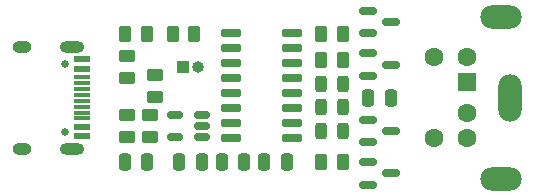
<source format=gts>
%TF.GenerationSoftware,KiCad,Pcbnew,(6.0.5)*%
%TF.CreationDate,2025-03-09T20:53:28+01:00*%
%TF.ProjectId,PS2_to_USB_Converter,5053325f-746f-45f5-9553-425f436f6e76,rev?*%
%TF.SameCoordinates,Original*%
%TF.FileFunction,Soldermask,Top*%
%TF.FilePolarity,Negative*%
%FSLAX46Y46*%
G04 Gerber Fmt 4.6, Leading zero omitted, Abs format (unit mm)*
G04 Created by KiCad (PCBNEW (6.0.5)) date 2025-03-09 20:53:28*
%MOMM*%
%LPD*%
G01*
G04 APERTURE LIST*
G04 Aperture macros list*
%AMRoundRect*
0 Rectangle with rounded corners*
0 $1 Rounding radius*
0 $2 $3 $4 $5 $6 $7 $8 $9 X,Y pos of 4 corners*
0 Add a 4 corners polygon primitive as box body*
4,1,4,$2,$3,$4,$5,$6,$7,$8,$9,$2,$3,0*
0 Add four circle primitives for the rounded corners*
1,1,$1+$1,$2,$3*
1,1,$1+$1,$4,$5*
1,1,$1+$1,$6,$7*
1,1,$1+$1,$8,$9*
0 Add four rect primitives between the rounded corners*
20,1,$1+$1,$2,$3,$4,$5,0*
20,1,$1+$1,$4,$5,$6,$7,0*
20,1,$1+$1,$6,$7,$8,$9,0*
20,1,$1+$1,$8,$9,$2,$3,0*%
G04 Aperture macros list end*
%ADD10RoundRect,0.150000X0.725000X0.150000X-0.725000X0.150000X-0.725000X-0.150000X0.725000X-0.150000X0*%
%ADD11RoundRect,0.243750X-0.243750X-0.456250X0.243750X-0.456250X0.243750X0.456250X-0.243750X0.456250X0*%
%ADD12RoundRect,0.250000X0.250000X0.475000X-0.250000X0.475000X-0.250000X-0.475000X0.250000X-0.475000X0*%
%ADD13RoundRect,0.250000X0.262500X0.450000X-0.262500X0.450000X-0.262500X-0.450000X0.262500X-0.450000X0*%
%ADD14RoundRect,0.150000X0.512500X0.150000X-0.512500X0.150000X-0.512500X-0.150000X0.512500X-0.150000X0*%
%ADD15C,0.650000*%
%ADD16R,1.450000X0.600000*%
%ADD17R,1.450000X0.300000*%
%ADD18O,1.600000X1.000000*%
%ADD19O,2.100000X1.000000*%
%ADD20RoundRect,0.150000X-0.587500X-0.150000X0.587500X-0.150000X0.587500X0.150000X-0.587500X0.150000X0*%
%ADD21R,1.600000X1.600000*%
%ADD22C,1.600000*%
%ADD23O,2.000000X4.000000*%
%ADD24O,3.500000X2.000000*%
%ADD25RoundRect,0.250000X-0.250000X-0.475000X0.250000X-0.475000X0.250000X0.475000X-0.250000X0.475000X0*%
%ADD26RoundRect,0.250000X-0.450000X0.262500X-0.450000X-0.262500X0.450000X-0.262500X0.450000X0.262500X0*%
%ADD27RoundRect,0.250000X0.450000X-0.262500X0.450000X0.262500X-0.450000X0.262500X-0.450000X-0.262500X0*%
%ADD28R,1.000000X1.000000*%
%ADD29O,1.000000X1.000000*%
%ADD30RoundRect,0.250000X-0.262500X-0.450000X0.262500X-0.450000X0.262500X0.450000X-0.262500X0.450000X0*%
G04 APERTURE END LIST*
D10*
%TO.C,U2*%
X149975000Y-105045000D03*
X149975000Y-103775000D03*
X149975000Y-102505000D03*
X149975000Y-101235000D03*
X149975000Y-99965000D03*
X149975000Y-98695000D03*
X149975000Y-97425000D03*
X149975000Y-96155000D03*
X144825000Y-96155000D03*
X144825000Y-97425000D03*
X144825000Y-98695000D03*
X144825000Y-99965000D03*
X144825000Y-101235000D03*
X144825000Y-102505000D03*
X144825000Y-103775000D03*
X144825000Y-105045000D03*
%TD*%
D11*
%TO.C,D2*%
X152462500Y-102400000D03*
X154337500Y-102400000D03*
%TD*%
D12*
%TO.C,C4*%
X142350000Y-107000000D03*
X140450000Y-107000000D03*
%TD*%
D11*
%TO.C,D1*%
X152462500Y-104400000D03*
X154337500Y-104400000D03*
%TD*%
D13*
%TO.C,R7*%
X154312500Y-96200000D03*
X152487500Y-96200000D03*
%TD*%
D14*
%TO.C,U1*%
X142337500Y-104950000D03*
X142337500Y-104000000D03*
X142337500Y-103050000D03*
X140062500Y-103050000D03*
X140062500Y-104950000D03*
%TD*%
D15*
%TO.C,J1*%
X130800000Y-104490000D03*
X130800000Y-98710000D03*
D16*
X132245000Y-98350000D03*
X132245000Y-99150000D03*
D17*
X132245000Y-100350000D03*
X132245000Y-101350000D03*
X132245000Y-101850000D03*
X132245000Y-102850000D03*
D16*
X132245000Y-104050000D03*
X132245000Y-104850000D03*
X132245000Y-104850000D03*
X132245000Y-104050000D03*
D17*
X132245000Y-103350000D03*
X132245000Y-102350000D03*
X132245000Y-100850000D03*
X132245000Y-99850000D03*
D16*
X132245000Y-99150000D03*
X132245000Y-98350000D03*
D18*
X127150000Y-105920000D03*
X127150000Y-97280000D03*
D19*
X131330000Y-105920000D03*
X131330000Y-97280000D03*
%TD*%
D20*
%TO.C,Q4*%
X156462500Y-107050000D03*
X156462500Y-108950000D03*
X158337500Y-108000000D03*
%TD*%
D21*
%TO.C,J3*%
X164825000Y-100290000D03*
D22*
X164825000Y-102890000D03*
X164825000Y-98190000D03*
X164825000Y-104990000D03*
X162025000Y-98190000D03*
X162025000Y-104990000D03*
D23*
X168475000Y-101590000D03*
D24*
X167675000Y-94740000D03*
X167675000Y-108440000D03*
%TD*%
D11*
%TO.C,D3*%
X152462500Y-100400000D03*
X154337500Y-100400000D03*
%TD*%
D20*
%TO.C,Q3*%
X156462500Y-103450000D03*
X156462500Y-105350000D03*
X158337500Y-104400000D03*
%TD*%
%TO.C,Q1*%
X156462500Y-94250000D03*
X156462500Y-96150000D03*
X158337500Y-95200000D03*
%TD*%
D25*
%TO.C,C1*%
X144050000Y-107000000D03*
X145950000Y-107000000D03*
%TD*%
D26*
%TO.C,R2*%
X136000000Y-103087500D03*
X136000000Y-104912500D03*
%TD*%
D13*
%TO.C,R8*%
X154312500Y-107000000D03*
X152487500Y-107000000D03*
%TD*%
D27*
%TO.C,R1*%
X136000000Y-99912500D03*
X136000000Y-98087500D03*
%TD*%
D12*
%TO.C,C3*%
X137750000Y-107000000D03*
X135850000Y-107000000D03*
%TD*%
D20*
%TO.C,Q2*%
X156462500Y-97850000D03*
X156462500Y-99750000D03*
X158337500Y-98800000D03*
%TD*%
D25*
%TO.C,C5*%
X156450000Y-101600000D03*
X158350000Y-101600000D03*
%TD*%
D28*
%TO.C,J2*%
X140750000Y-99000000D03*
D29*
X142020000Y-99000000D03*
%TD*%
D30*
%TO.C,R5*%
X135887500Y-96200000D03*
X137712500Y-96200000D03*
%TD*%
D13*
%TO.C,R6*%
X154312500Y-98400000D03*
X152487500Y-98400000D03*
%TD*%
D27*
%TO.C,R9*%
X138400000Y-101512500D03*
X138400000Y-99687500D03*
%TD*%
D30*
%TO.C,R4*%
X139887500Y-96200000D03*
X141712500Y-96200000D03*
%TD*%
D26*
%TO.C,R3*%
X138000000Y-103087500D03*
X138000000Y-104912500D03*
%TD*%
D25*
%TO.C,C2*%
X147650000Y-107000000D03*
X149550000Y-107000000D03*
%TD*%
M02*

</source>
